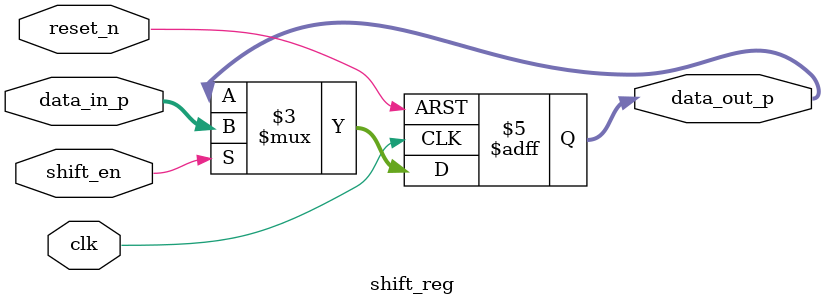
<source format=v>
module shift_reg #(parameter DATA_LENGTH = 12)(
    input clk,
    input reset_n,
    input shift_en,
    input [DATA_LENGTH-1:0] data_in_p,
    output reg [DATA_LENGTH-1:0] data_out_p
);

    always @(posedge clk or negedge reset_n) begin
        if (!reset_n)
            data_out_p <= 'b0; // Asynchronous reset: Reset the output to zero
        else if (shift_en)
            data_out_p <= data_in_p; // If shift_en is high, load data_in_p into the register
    end

endmodule

</source>
